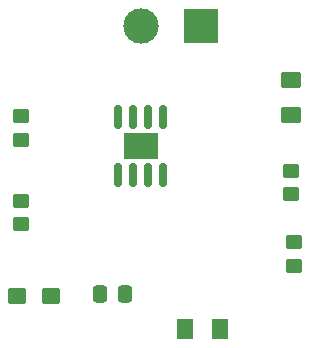
<source format=gbr>
%TF.GenerationSoftware,KiCad,Pcbnew,(6.0.10-0)*%
%TF.CreationDate,2023-02-17T12:22:25-08:00*%
%TF.ProjectId,Lab 1 Exercise 2,4c616220-3120-4457-9865-726369736520,rev?*%
%TF.SameCoordinates,Original*%
%TF.FileFunction,Soldermask,Top*%
%TF.FilePolarity,Negative*%
%FSLAX46Y46*%
G04 Gerber Fmt 4.6, Leading zero omitted, Abs format (unit mm)*
G04 Created by KiCad (PCBNEW (6.0.10-0)) date 2023-02-17 12:22:25*
%MOMM*%
%LPD*%
G01*
G04 APERTURE LIST*
G04 Aperture macros list*
%AMRoundRect*
0 Rectangle with rounded corners*
0 $1 Rounding radius*
0 $2 $3 $4 $5 $6 $7 $8 $9 X,Y pos of 4 corners*
0 Add a 4 corners polygon primitive as box body*
4,1,4,$2,$3,$4,$5,$6,$7,$8,$9,$2,$3,0*
0 Add four circle primitives for the rounded corners*
1,1,$1+$1,$2,$3*
1,1,$1+$1,$4,$5*
1,1,$1+$1,$6,$7*
1,1,$1+$1,$8,$9*
0 Add four rect primitives between the rounded corners*
20,1,$1+$1,$2,$3,$4,$5,0*
20,1,$1+$1,$4,$5,$6,$7,0*
20,1,$1+$1,$6,$7,$8,$9,0*
20,1,$1+$1,$8,$9,$2,$3,0*%
G04 Aperture macros list end*
%ADD10RoundRect,0.250000X-0.450000X0.350000X-0.450000X-0.350000X0.450000X-0.350000X0.450000X0.350000X0*%
%ADD11RoundRect,0.150000X0.150000X-0.825000X0.150000X0.825000X-0.150000X0.825000X-0.150000X-0.825000X0*%
%ADD12R,3.000000X2.290000*%
%ADD13RoundRect,0.250001X0.624999X-0.462499X0.624999X0.462499X-0.624999X0.462499X-0.624999X-0.462499X0*%
%ADD14RoundRect,0.250000X-0.537500X-0.425000X0.537500X-0.425000X0.537500X0.425000X-0.537500X0.425000X0*%
%ADD15RoundRect,0.250001X-0.462499X-0.624999X0.462499X-0.624999X0.462499X0.624999X-0.462499X0.624999X0*%
%ADD16R,3.000000X3.000000*%
%ADD17C,3.000000*%
%ADD18RoundRect,0.250000X0.337500X0.475000X-0.337500X0.475000X-0.337500X-0.475000X0.337500X-0.475000X0*%
G04 APERTURE END LIST*
D10*
%TO.C,R1*%
X132080000Y-78740000D03*
X132080000Y-80740000D03*
%TD*%
D11*
%TO.C,U1*%
X140335000Y-83755000D03*
X141605000Y-83755000D03*
X142875000Y-83755000D03*
X144145000Y-83755000D03*
X144145000Y-78805000D03*
X142875000Y-78805000D03*
X141605000Y-78805000D03*
X140335000Y-78805000D03*
D12*
X142240000Y-81280000D03*
%TD*%
D13*
%TO.C,D1*%
X154940000Y-78627500D03*
X154940000Y-75652500D03*
%TD*%
D10*
%TO.C,R4*%
X155190000Y-89440000D03*
X155190000Y-91440000D03*
%TD*%
D14*
%TO.C,C1*%
X131745000Y-93980000D03*
X134620000Y-93980000D03*
%TD*%
D15*
%TO.C,D2*%
X145972500Y-96805000D03*
X148947500Y-96805000D03*
%TD*%
D10*
%TO.C,R2*%
X132080000Y-85900000D03*
X132080000Y-87900000D03*
%TD*%
D16*
%TO.C,V1*%
X147320000Y-71120000D03*
D17*
X142240000Y-71120000D03*
%TD*%
D10*
%TO.C,R3*%
X154940000Y-83360000D03*
X154940000Y-85360000D03*
%TD*%
D18*
%TO.C,C2*%
X140900000Y-93781252D03*
X138825000Y-93781252D03*
%TD*%
M02*

</source>
